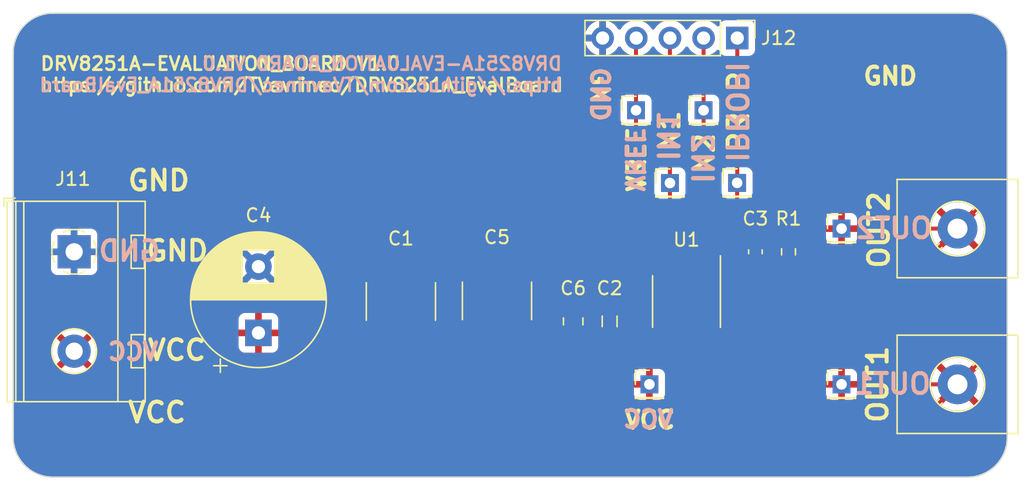
<source format=kicad_pcb>
(kicad_pcb (version 20221018) (generator pcbnew)
  (layers (0 "F.Cu" signal) (31 "B.Cu" signal) (34 "B.Paste" user) (35 "F.Paste" user) (36 "B.SilkS" user "B.Silkscreen") (37 "F.SilkS" user "F.Silkscreen") (38 "B.Mask" user) (39 "F.Mask" user) (44 "Edge.Cuts" user))
  (net 0 "")
  (net 1 "GND")
  (net 2 "/VCC")
  (net 3 "/IPROPI")
  (net 4 "/OUT1")
  (net 5 "/OUT2")
  (net 6 "/VREF")
  (net 7 "/IN1")
  (net 8 "/IN2")
  (footprint "Connector_PinHeader_2.00mm:PinHeader_1x01_P2.00mm_Vertical" (layer "F.Cu") (at 159.55 77.81)
    (fp_text reference "J5" hide)
    (fp_text value "Conn_01x01" hide)
    (fp_line (start -1.06 -1.06) (end 0 -1.06) (stroke (width 0.12)) (layer "F.SilkS"))
    (fp_line (start -1.06 0) (end -1.06 -1.06) (stroke (width 0.12)) (layer "F.SilkS"))
    (fp_line (start -1.06 1) (end -1.06 1.06) (stroke (width 0.12)) (layer "F.SilkS"))
    (fp_line (start -1.06 1) (end 1.06 1) (stroke (width 0.12)) (layer "F.SilkS"))
    (fp_line (start -1.06 1.06) (end 1.06 1.06) (stroke (width 0.12)) (layer "F.SilkS"))
    (fp_line (start 1.06 1) (end 1.06 1.06) (stroke (width 0.12)) (layer "F.SilkS"))
    (pad "1" thru_hole rect (at 0 0) (size 1.35 1.35) (drill 0.8) (layers "*.Cu" "*.Mask") (net 7 "/IN1"))
  )
  (footprint "Resistor_SMD:R_0603_1608Metric" (layer "F.Cu") (at 168.5 83 -90)
    (fp_text reference "R1" (at -2.5 0) (layer "F.SilkS"))
    (fp_text value "1k")
    (fp_line (start -0.237258 -0.5225) (end 0.237258 -0.5225) (stroke (width 0.12)) (layer "F.SilkS"))
    (fp_line (start -0.237258 0.5225) (end 0.237258 0.5225) (stroke (width 0.12)) (layer "F.SilkS"))
    (pad "1" smd roundrect (at -0.825 0 270) (size 0.8 0.95) (layers "F.Cu" "F.Paste" "F.Mask") (net 3 "/IPROPI"))
    (pad "2" smd roundrect (at 0.825 0 270) (size 0.8 0.95) (layers "F.Cu" "F.Paste" "F.Mask") (net 1 "GND"))
  )
  (footprint "Capacitor_SMD:C_0805_2012Metric" (layer "F.Cu") (at 152.25 88.25 90)
    (fp_text reference "C6" (at 2.5 0 180) (layer "F.SilkS"))
    (fp_text value "1u")
    (fp_line (start -0.261252 -0.735) (end 0.261252 -0.735) (stroke (width 0.12)) (layer "F.SilkS"))
    (fp_line (start -0.261252 0.735) (end 0.261252 0.735) (stroke (width 0.12)) (layer "F.SilkS"))
    (pad "1" smd roundrect (at -0.95 0 90) (size 1 1.45) (layers "F.Cu" "F.Paste" "F.Mask") (net 2 "/VCC"))
    (pad "2" smd roundrect (at 0.95 0 90) (size 1 1.45) (layers "F.Cu" "F.Paste" "F.Mask") (net 1 "GND"))
  )
  (footprint "Connector_PinHeader_2.00mm:PinHeader_1x01_P2.00mm_Vertical" (layer "F.Cu") (at 162.09 72.32)
    (fp_text reference "J4" hide)
    (fp_text value "Conn_01x01" hide)
    (fp_line (start -1.06 -1.06) (end 0 -1.06) (stroke (width 0.12)) (layer "F.SilkS"))
    (fp_line (start -1.06 0) (end -1.06 -1.06) (stroke (width 0.12)) (layer "F.SilkS"))
    (fp_line (start -1.06 1) (end -1.06 1.06) (stroke (width 0.12)) (layer "F.SilkS"))
    (fp_line (start -1.06 1) (end 1.06 1) (stroke (width 0.12)) (layer "F.SilkS"))
    (fp_line (start -1.06 1.06) (end 1.06 1.06) (stroke (width 0.12)) (layer "F.SilkS"))
    (fp_line (start 1.06 1) (end 1.06 1.06) (stroke (width 0.12)) (layer "F.SilkS"))
    (pad "1" thru_hole rect (at 0 0) (size 1.35 1.35) (drill 0.8) (layers "*.Cu" "*.Mask") (net 8 "/IN2"))
  )
  (footprint "Connector_PinHeader_2.00mm:PinHeader_1x01_P2.00mm_Vertical" (layer "F.Cu") (at 158 93)
    (fp_text reference "J10" hide)
    (fp_text value "Conn_01x01" hide)
    (fp_line (start -1.06 -1.06) (end 0 -1.06) (stroke (width 0.12)) (layer "F.SilkS"))
    (fp_line (start -1.06 0) (end -1.06 -1.06) (stroke (width 0.12)) (layer "F.SilkS"))
    (fp_line (start -1.06 1) (end -1.06 1.06) (stroke (width 0.12)) (layer "F.SilkS"))
    (fp_line (start -1.06 1) (end 1.06 1) (stroke (width 0.12)) (layer "F.SilkS"))
    (fp_line (start -1.06 1.06) (end 1.06 1.06) (stroke (width 0.12)) (layer "F.SilkS"))
    (fp_line (start 1.06 1) (end 1.06 1.06) (stroke (width 0.12)) (layer "F.SilkS"))
    (pad "1" thru_hole rect (at 0 0) (size 1.35 1.35) (drill 0.8) (layers "*.Cu" "*.Mask") (net 2 "/VCC"))
  )
  (footprint "Connector_PinHeader_2.00mm:PinHeader_1x01_P2.00mm_Vertical" (layer "F.Cu") (at 172.5 93)
    (fp_text reference "J9" hide)
    (fp_text value "Conn_01x01" hide)
    (fp_line (start -1.06 -1.06) (end 0 -1.06) (stroke (width 0.12)) (layer "F.SilkS"))
    (fp_line (start -1.06 0) (end -1.06 -1.06) (stroke (width 0.12)) (layer "F.SilkS"))
    (fp_line (start -1.06 1) (end -1.06 1.06) (stroke (width 0.12)) (layer "F.SilkS"))
    (fp_line (start -1.06 1) (end 1.06 1) (stroke (width 0.12)) (layer "F.SilkS"))
    (fp_line (start -1.06 1.06) (end 1.06 1.06) (stroke (width 0.12)) (layer "F.SilkS"))
    (fp_line (start 1.06 1) (end 1.06 1.06) (stroke (width 0.12)) (layer "F.SilkS"))
    (pad "1" thru_hole rect (at 0 0) (size 1.35 1.35) (drill 0.8) (layers "*.Cu" "*.Mask") (net 4 "/OUT1"))
  )
  (footprint "TerminalBlock_MetzConnect:TerminalBlock_MetzConnect_360271_1x01_Horizontal_ScrewM3.0_Boxed" (layer "F.Cu") (at 181.25 81.25)
    (fp_text reference "J2" hide)
    (fp_text value "Conn_01x01" hide)
    (fp_line (start -4.56 -3.71) (end -4.56 3.71) (stroke (width 0.12)) (layer "F.SilkS"))
    (fp_line (start -4.56 -3.71) (end 4.56 -3.71) (stroke (width 0.12)) (layer "F.SilkS"))
    (fp_line (start -4.56 3.71) (end 4.56 3.71) (stroke (width 0.12)) (layer "F.SilkS"))
    (fp_line (start -1.376 1.124) (end -1.563 1.311) (stroke (width 0.12)) (layer "F.SilkS"))
    (fp_line (start -1.168 1.419) (end -1.312 1.563) (stroke (width 0.12)) (layer "F.SilkS"))
    (fp_line (start 1.312 -1.563) (end 1.168 -1.419) (stroke (width 0.12)) (layer "F.SilkS"))
    (fp_line (start 1.563 -1.311) (end 1.376 -1.125) (stroke (width 0.12)) (layer "F.SilkS"))
    (fp_line (start 4.56 -3.71) (end 4.56 3.71) (stroke (width 0.12)) (layer "F.SilkS"))
    (fp_circle (center 0 0) (end 2.06 0) (stroke (width 0.12)) (fill none) (layer "F.SilkS"))
    (pad "1" thru_hole circle (at 0 0) (size 3 3) (drill 1.5) (layers "*.Cu" "*.Mask") (net 5 "/OUT2"))
  )
  (footprint "Connector_PinHeader_2.54mm:PinHeader_1x05_P2.54mm_Vertical" (layer "F.Cu") (at 164.63 66.87 -90)
    (fp_text reference "J12" (at 0 -3.12 -180) (layer "F.SilkS"))
    (fp_text value "Conn_01x05" hide)
    (fp_line (start -1.33 -1.33) (end 0 -1.33) (stroke (width 0.12)) (layer "F.SilkS"))
    (fp_line (start -1.33 0) (end -1.33 -1.33) (stroke (width 0.12)) (layer "F.SilkS"))
    (fp_line (start -1.33 1.27) (end -1.33 11.49) (stroke (width 0.12)) (layer "F.SilkS"))
    (fp_line (start -1.33 1.27) (end 1.33 1.27) (stroke (width 0.12)) (layer "F.SilkS"))
    (fp_line (start -1.33 11.49) (end 1.33 11.49) (stroke (width 0.12)) (layer "F.SilkS"))
    (fp_line (start 1.33 1.27) (end 1.33 11.49) (stroke (width 0.12)) (layer "F.SilkS"))
    (pad "1" thru_hole rect (at 0 0 270) (size 1.7 1.7) (drill 1) (layers "*.Cu" "*.Mask") (net 3 "/IPROPI"))
    (pad "2" thru_hole oval (at 0 2.54 270) (size 1.7 1.7) (drill 1) (layers "*.Cu" "*.Mask") (net 8 "/IN2"))
    (pad "3" thru_hole oval (at 0 5.08 270) (size 1.7 1.7) (drill 1) (layers "*.Cu" "*.Mask") (net 7 "/IN1"))
    (pad "4" thru_hole oval (at 0 7.62 270) (size 1.7 1.7) (drill 1) (layers "*.Cu" "*.Mask") (net 6 "/VREF"))
    (pad "5" thru_hole oval (at 0 10.16 270) (size 1.7 1.7) (drill 1) (layers "*.Cu" "*.Mask") (net 1 "GND"))
  )
  (footprint "Connector_PinHeader_2.00mm:PinHeader_1x01_P2.00mm_Vertical" (layer "F.Cu") (at 164.62 77.8)
    (fp_text reference "J7" hide)
    (fp_text value "Conn_01x01" hide)
    (fp_line (start -1.06 -1.06) (end 0 -1.06) (stroke (width 0.12)) (layer "F.SilkS"))
    (fp_line (start -1.06 0) (end -1.06 -1.06) (stroke (width 0.12)) (layer "F.SilkS"))
    (fp_line (start -1.06 1) (end -1.06 1.06) (stroke (width 0.12)) (layer "F.SilkS"))
    (fp_line (start -1.06 1) (end 1.06 1) (stroke (width 0.12)) (layer "F.SilkS"))
    (fp_line (start -1.06 1.06) (end 1.06 1.06) (stroke (width 0.12)) (layer "F.SilkS"))
    (fp_line (start 1.06 1) (end 1.06 1.06) (stroke (width 0.12)) (layer "F.SilkS"))
    (pad "1" thru_hole rect (at 0 0) (size 1.35 1.35) (drill 0.8) (layers "*.Cu" "*.Mask") (net 3 "/IPROPI"))
  )
  (footprint "Capacitor_SMD:C_0603_1608Metric" (layer "F.Cu") (at 166 83 -90)
    (fp_text reference "C3" (at -2.5 0) (layer "F.SilkS"))
    (fp_text value "10n")
    (fp_line (start -0.14058 -0.51) (end 0.14058 -0.51) (stroke (width 0.12)) (layer "F.SilkS"))
    (fp_line (start -0.14058 0.51) (end 0.14058 0.51) (stroke (width 0.12)) (layer "F.SilkS"))
    (pad "1" smd roundrect (at -0.775 0 270) (size 0.9 0.95) (layers "F.Cu" "F.Paste" "F.Mask") (net 3 "/IPROPI"))
    (pad "2" smd roundrect (at 0.775 0 270) (size 0.9 0.95) (layers "F.Cu" "F.Paste" "F.Mask") (net 1 "GND"))
  )
  (footprint "Capacitor_SMD:C_2220_5650Metric" (layer "F.Cu") (at 146.5 86.7 90)
    (fp_text reference "C5" (at 4.8 0) (layer "F.SilkS"))
    (fp_text value "10u")
    (fp_line (start -1.415748 -2.61) (end 1.415748 -2.61) (stroke (width 0.12)) (layer "F.SilkS"))
    (fp_line (start -1.415748 2.61) (end 1.415748 2.61) (stroke (width 0.12)) (layer "F.SilkS"))
    (pad "1" smd roundrect (at -2.55 0 90) (size 1.8 5.4) (layers "F.Cu" "F.Paste" "F.Mask") (roundrect_rratio 0.138889) (net 2 "/VCC"))
    (pad "2" smd roundrect (at 2.55 0 90) (size 1.8 5.4) (layers "F.Cu" "F.Paste" "F.Mask") (roundrect_rratio 0.138889) (net 1 "GND"))
  )
  (footprint "Connector_PinHeader_2.00mm:PinHeader_1x01_P2.00mm_Vertical" (layer "F.Cu") (at 172.5 81.25)
    (fp_text reference "J8" hide)
    (fp_text value "Conn_01x01" hide)
    (fp_line (start -1.06 -1.06) (end 0 -1.06) (stroke (width 0.12)) (layer "F.SilkS"))
    (fp_line (start -1.06 0) (end -1.06 -1.06) (stroke (width 0.12)) (layer "F.SilkS"))
    (fp_line (start -1.06 1) (end -1.06 1.06) (stroke (width 0.12)) (layer "F.SilkS"))
    (fp_line (start -1.06 1) (end 1.06 1) (stroke (width 0.12)) (layer "F.SilkS"))
    (fp_line (start -1.06 1.06) (end 1.06 1.06) (stroke (width 0.12)) (layer "F.SilkS"))
    (fp_line (start 1.06 1) (end 1.06 1.06) (stroke (width 0.12)) (layer "F.SilkS"))
    (pad "1" thru_hole rect (at 0 0) (size 1.35 1.35) (drill 0.8) (layers "*.Cu" "*.Mask") (net 5 "/OUT2"))
  )
  (footprint "Capacitor_SMD:C_2220_5650Metric" (layer "F.Cu") (at 139.25 86.75 90)
    (fp_text reference "C1" (at 4.75 0) (layer "F.SilkS"))
    (fp_text value "22u")
    (fp_line (start -1.415748 -2.61) (end 1.415748 -2.61) (stroke (width 0.12)) (layer "F.SilkS"))
    (fp_line (start -1.415748 2.61) (end 1.415748 2.61) (stroke (width 0.12)) (layer "F.SilkS"))
    (pad "1" smd roundrect (at -2.55 0 90) (size 1.8 5.4) (layers "F.Cu" "F.Paste" "F.Mask") (roundrect_rratio 0.138889) (net 2 "/VCC"))
    (pad "2" smd roundrect (at 2.55 0 90) (size 1.8 5.4) (layers "F.Cu" "F.Paste" "F.Mask") (roundrect_rratio 0.138889) (net 1 "GND"))
  )
  (footprint "Inductor_SMD:L_0805_2012Metric" (layer "F.Cu") (at 155 88.25 90)
    (fp_text reference "C2" (at 2.5 0 180) (layer "F.SilkS"))
    (fp_text value "100n")
    (fp_line (start -0.399622 -0.56) (end 0.399622 -0.56) (stroke (width 0.12)) (layer "F.SilkS"))
    (fp_line (start -0.399622 0.56) (end 0.399622 0.56) (stroke (width 0.12)) (layer "F.SilkS"))
    (pad "1" smd roundrect (at -1.0625 0 90) (size 0.875 1.2) (layers "F.Cu" "F.Paste" "F.Mask") (net 2 "/VCC"))
    (pad "2" smd roundrect (at 1.0625 0 90) (size 0.875 1.2) (layers "F.Cu" "F.Paste" "F.Mask") (net 1 "GND"))
  )
  (footprint "Capacitor_THT:CP_Radial_D10.0mm_P5.00mm" (layer "F.Cu") (at 128.5 89.117677 90)
    (fp_text reference "C4" (at 8.867677 0) (layer "F.SilkS"))
    (fp_text value "C_Polarized")
    (fp_line (start -2.979646 -2.875) (end -1.979646 -2.875) (stroke (width 0.12)) (layer "F.SilkS"))
    (fp_line (start -2.479646 -3.375) (end -2.479646 -2.375) (stroke (width 0.12)) (layer "F.SilkS"))
    (fp_line (start 2.5 -5.08) (end 2.5 5.08) (stroke (width 0.12)) (layer "F.SilkS"))
    (fp_line (start 2.54 -5.08) (end 2.54 5.08) (stroke (width 0.12)) (layer "F.SilkS"))
    (fp_line (start 2.58 -5.08) (end 2.58 5.08) (stroke (width 0.12)) (layer "F.SilkS"))
    (fp_line (start 2.62 -5.079) (end 2.62 5.079) (stroke (width 0.12)) (layer "F.SilkS"))
    (fp_line (start 2.66 -5.078) (end 2.66 5.078) (stroke (width 0.12)) (layer "F.SilkS"))
    (fp_line (start 2.7 -5.077) (end 2.7 5.077) (stroke (width 0.12)) (layer "F.SilkS"))
    (fp_line (start 2.74 -5.075) (end 2.74 5.075) (stroke (width 0.12)) (layer "F.SilkS"))
    (fp_line (start 2.78 -5.073) (end 2.78 5.073) (stroke (width 0.12)) (layer "F.SilkS"))
    (fp_line (start 2.82 -5.07) (end 2.82 5.07) (stroke (width 0.12)) (layer "F.SilkS"))
    (fp_line (start 2.86 -5.068) (end 2.86 5.068) (stroke (width 0.12)) (layer "F.SilkS"))
    (fp_line (start 2.9 -5.065) (end 2.9 5.065) (stroke (width 0.12)) (layer "F.SilkS"))
    (fp_line (start 2.94 -5.062) (end 2.94 5.062) (stroke (width 0.12)) (layer "F.SilkS"))
    (fp_line (start 2.98 -5.058) (end 2.98 5.058) (stroke (width 0.12)) (layer "F.SilkS"))
    (fp_line (start 3.02 -5.054) (end 3.02 5.054) (stroke (width 0.12)) (layer "F.SilkS"))
    (fp_line (start 3.06 -5.05) (end 3.06 5.05) (stroke (width 0.12)) (layer "F.SilkS"))
    (fp_line (start 3.1 -5.045) (end 3.1 5.045) (stroke (width 0.12)) (layer "F.SilkS"))
    (fp_line (start 3.14 -5.04) (end 3.14 5.04) (stroke (width 0.12)) (layer "F.SilkS"))
    (fp_line (start 3.18 -5.035) (end 3.18 5.035) (stroke (width 0.12)) (layer "F.SilkS"))
    (fp_line (start 3.221 -5.03) (end 3.221 5.03) (stroke (width 0.12)) (layer "F.SilkS"))
    (fp_line (start 3.261 -5.024) (end 3.261 5.024) (stroke (width 0.12)) (layer "F.SilkS"))
    (fp_line (start 3.301 -5.018) (end 3.301 5.018) (stroke (width 0.12)) (layer "F.SilkS"))
    (fp_line (start 3.341 -5.011) (end 3.341 5.011) (stroke (width 0.12)) (layer "F.SilkS"))
    (fp_line (start 3.381 -5.004) (end 3.381 5.004) (stroke (width 0.12)) (layer "F.SilkS"))
    (fp_line (start 3.421 -4.997) (end 3.421 4.997) (stroke (width 0.12)) (layer "F.SilkS"))
    (fp_line (start 3.461 -4.99) (end 3.461 4.99) (stroke (width 0.12)) (layer "F.SilkS"))
    (fp_line (start 3.501 -4.982) (end 3.501 4.982) (stroke (width 0.12)) (layer "F.SilkS"))
    (fp_line (start 3.541 -4.974) (end 3.541 4.974) (stroke (width 0.12)) (layer "F.SilkS"))
    (fp_line (start 3.581 -4.965) (end 3.581 4.965) (stroke (width 0.12)) (layer "F.SilkS"))
    (fp_line (start 3.621 -4.956) (end 3.621 4.956) (stroke (width 0.12)) (layer "F.SilkS"))
    (fp_line (start 3.661 -4.947) (end 3.661 4.947) (stroke (width 0.12)) (layer "F.SilkS"))
    (fp_line (start 3.701 -4.938) (end 3.701 4.938) (stroke (width 0.12)) (layer "F.SilkS"))
    (fp_line (start 3.741 -4.928) (end 3.741 4.928) (stroke (width 0.12)) (layer "F.SilkS"))
    (fp_line (start 3.781 -4.918) (end 3.781 -1.241) (stroke (width 0.12)) (layer "F.SilkS"))
    (fp_line (start 3.781 1.241) (end 3.781 4.918) (stroke (width 0.12)) (layer "F.SilkS"))
    (fp_line (start 3.821 -4.907) (end 3.821 -1.241) (stroke (width 0.12)) (layer "F.SilkS"))
    (fp_line (start 3.821 1.241) (end 3.821 4.907) (stroke (width 0.12)) (layer "F.SilkS"))
    (fp_line (start 3.861 -4.897) (end 3.861 -1.241) (stroke (width 0.12)) (layer "F.SilkS"))
    (fp_line (start 3.861 1.241) (end 3.861 4.897) (stroke (width 0.12)) (layer "F.SilkS"))
    (fp_line (start 3.901 -4.885) (end 3.901 -1.241) (stroke (width 0.12)) (layer "F.SilkS"))
    (fp_line (start 3.901 1.241) (end 3.901 4.885) (stroke (width 0.12)) (layer "F.SilkS"))
    (fp_line (start 3.941 -4.874) (end 3.941 -1.241) (stroke (width 0.12)) (layer "F.SilkS"))
    (fp_line (start 3.941 1.241) (end 3.941 4.874) (stroke (width 0.12)) (layer "F.SilkS"))
    (fp_line (start 3.981 -4.862) (end 3.981 -1.241) (stroke (width 0.12)) (layer "F.SilkS"))
    (fp_line (start 3.981 1.241) (end 3.981 4.862) (stroke (width 0.12)) (layer "F.SilkS"))
    (fp_line (start 4.021 -4.85) (end 4.021 -1.241) (stroke (width 0.12)) (layer "F.SilkS"))
    (fp_line (start 4.021 1.241) (end 4.021 4.85) (stroke (width 0.12)) (layer "F.SilkS"))
    (fp_line (start 4.061 -4.837) (end 4.061 -1.241) (stroke (width 0.12)) (layer "F.SilkS"))
    (fp_line (start 4.061 1.241) (end 4.061 4.837) (stroke (width 0.12)) (layer "F.SilkS"))
    (fp_line (start 4.101 -4.824) (end 4.101 -1.241) (stroke (width 0.12)) (layer "F.SilkS"))
    (fp_line (start 4.101 1.241) (end 4.101 4.824) (stroke (width 0.12)) (layer "F.SilkS"))
    (fp_line (start 4.141 -4.811) (end 4.141 -1.241) (stroke (width 0.12)) (layer "F.SilkS"))
    (fp_line (start 4.141 1.241) (end 4.141 4.811) (stroke (width 0.12)) (layer "F.SilkS"))
    (fp_line (start 4.181 -4.797) (end 4.181 -1.241) (stroke (width 0.12)) (layer "F.SilkS"))
    (fp_line (start 4.181 1.241) (end 4.181 4.797) (stroke (width 0.12)) (layer "F.SilkS"))
    (fp_line (start 4.221 -4.783) (end 4.221 -1.241) (stroke (width 0.12)) (layer "F.SilkS"))
    (fp_line (start 4.221 1.241) (end 4.221 4.783) (stroke (width 0.12)) (layer "F.SilkS"))
    (fp_line (start 4.261 -4.768) (end 4.261 -1.241) (stroke (width 0.12)) (layer "F.SilkS"))
    (fp_line (start 4.261 1.241) (end 4.261 4.768) (stroke (width 0.12)) (layer "F.SilkS"))
    (fp_line (start 4.301 -4.754) (end 4.301 -1.241) (stroke (width 0.12)) (layer "F.SilkS"))
    (fp_line (start 4.301 1.241) (end 4.301 4.754) (stroke (width 0.12)) (layer "F.SilkS"))
    (fp_line (start 4.341 -4.738) (end 4.341 -1.241) (stroke (width 0.12)) (layer "F.SilkS"))
    (fp_line (start 4.341 1.241) (end 4.341 4.738) (stroke (width 0.12)) (layer "F.SilkS"))
    (fp_line (start 4.381 -4.723) (end 4.381 -1.241) (stroke (width 0.12)) (layer "F.SilkS"))
    (fp_line (start 4.381 1.241) (end 4.381 4.723) (stroke (width 0.12)) (layer "F.SilkS"))
    (fp_line (start 4.421 -4.707) (end 4.421 -1.241) (stroke (width 0.12)) (layer "F.SilkS"))
    (fp_line (start 4.421 1.241) (end 4.421 4.707) (stroke (width 0.12)) (layer "F.SilkS"))
    (fp_line (start 4.461 -4.69) (end 4.461 -1.241) (stroke (width 0.12)) (layer "F.SilkS"))
    (fp_line (start 4.461 1.241) (end 4.461 4.69) (stroke (width 0.12)) (layer "F.SilkS"))
    (fp_line (start 4.501 -4.674) (end 4.501 -1.241) (stroke (width 0.12)) (layer "F.SilkS"))
    (fp_line (start 4.501 1.241) (end 4.501 4.674) (stroke (width 0.12)) (layer "F.SilkS"))
    (fp_line (start 4.541 -4.657) (end 4.541 -1.241) (stroke (width 0.12)) (layer "F.SilkS"))
    (fp_line (start 4.541 1.241) (end 4.541 4.657) (stroke (width 0.12)) (layer "F.SilkS"))
    (fp_line (start 4.581 -4.639) (end 4.581 -1.241) (stroke (width 0.12)) (layer "F.SilkS"))
    (fp_line (start 4.581 1.241) (end 4.581 4.639) (stroke (width 0.12)) (layer "F.SilkS"))
    (fp_line (start 4.621 -4.621) (end 4.621 -1.241) (stroke (width 0.12)) (layer "F.SilkS"))
    (fp_line (start 4.621 1.241) (end 4.621 4.621) (stroke (width 0.12)) (layer "F.SilkS"))
    (fp_line (start 4.661 -4.603) (end 4.661 -1.241) (stroke (width 0.12)) (layer "F.SilkS"))
    (fp_line (start 4.661 1.241) (end 4.661 4.603) (stroke (width 0.12)) (layer "F.SilkS"))
    (fp_line (start 4.701 -4.584) (end 4.701 -1.241) (stroke (width 0.12)) (layer "F.SilkS"))
    (fp_line (start 4.701 1.241) (end 4.701 4.584) (stroke (width 0.12)) (layer "F.SilkS"))
    (fp_line (start 4.741 -4.564) (end 4.741 -1.241) (stroke (width 0.12)) (layer "F.SilkS"))
    (fp_line (start 4.741 1.241) (end 4.741 4.564) (stroke (width 0.12)) (layer "F.SilkS"))
    (fp_line (start 4.781 -4.545) (end 4.781 -1.241) (stroke (width 0.12)) (layer "F.SilkS"))
    (fp_line (start 4.781 1.241) (end 4.781 4.545) (stroke (width 0.12)) (layer "F.SilkS"))
    (fp_line (start 4.821 -4.525) (end 4.821 -1.241) (stroke (width 0.12)) (layer "F.SilkS"))
    (fp_line (start 4.821 1.241) (end 4.821 4.525) (stroke (width 0.12)) (layer "F.SilkS"))
    (fp_line (start 4.861 -4.504) (end 4.861 -1.241) (stroke (width 0.12)) (layer "F.SilkS"))
    (fp_line (start 4.861 1.241) (end 4.861 4.504) (stroke (width 0.12)) (layer "F.SilkS"))
    (fp_line (start 4.901 -4.483) (end 4.901 -1.241) (stroke (width 0.12)) (layer "F.SilkS"))
    (fp_line (start 4.901 1.241) (end 4.901 4.483) (stroke (width 0.12)) (layer "F.SilkS"))
    (fp_line (start 4.941 -4.462) (end 4.941 -1.241) (stroke (width 0.12)) (layer "F.SilkS"))
    (fp_line (start 4.941 1.241) (end 4.941 4.462) (stroke (width 0.12)) (layer "F.SilkS"))
    (fp_line (start 4.981 -4.44) (end 4.981 -1.241) (stroke (width 0.12)) (layer "F.SilkS"))
    (fp_line (start 4.981 1.241) (end 4.981 4.44) (stroke (width 0.12)) (layer "F.SilkS"))
    (fp_line (start 5.021 -4.417) (end 5.021 -1.241) (stroke (width 0.12)) (layer "F.SilkS"))
    (fp_line (start 5.021 1.241) (end 5.021 4.417) (stroke (width 0.12)) (layer "F.SilkS"))
    (fp_line (start 5.061 -4.395) (end 5.061 -1.241) (stroke (width 0.12)) (layer "F.SilkS"))
    (fp_line (start 5.061 1.241) (end 5.061 4.395) (stroke (width 0.12)) (layer "F.SilkS"))
    (fp_line (start 5.101 -4.371) (end 5.101 -1.241) (stroke (width 0.12)) (layer "F.SilkS"))
    (fp_line (start 5.101 1.241) (end 5.101 4.371) (stroke (width 0.12)) (layer "F.SilkS"))
    (fp_line (start 5.141 -4.347) (end 5.141 -1.241) (stroke (width 0.12)) (layer "F.SilkS"))
    (fp_line (start 5.141 1.241) (end 5.141 4.347) (stroke (width 0.12)) (layer "F.SilkS"))
    (fp_line (start 5.181 -4.323) (end 5.181 -1.241) (stroke (width 0.12)) (layer "F.SilkS"))
    (fp_line (start 5.181 1.241) (end 5.181 4.323) (stroke (width 0.12)) (layer "F.SilkS"))
    (fp_line (start 5.221 -4.298) (end 5.221 -1.241) (stroke (width 0.12)) (layer "F.SilkS"))
    (fp_line (start 5.221 1.241) (end 5.221 4.298) (stroke (width 0.12)) (layer "F.SilkS"))
    (fp_line (start 5.261 -4.273) (end 5.261 -1.241) (stroke (width 0.12)) (layer "F.SilkS"))
    (fp_line (start 5.261 1.241) (end 5.261 4.273) (stroke (width 0.12)) (layer "F.SilkS"))
    (fp_line (start 5.301 -4.247) (end 5.301 -1.241) (stroke (width 0.12)) (layer "F.SilkS"))
    (fp_line (start 5.301 1.241) (end 5.301 4.247) (stroke (width 0.12)) (layer "F.SilkS"))
    (fp_line (start 5.341 -4.221) (end 5.341 -1.241) (stroke (width 0.12)) (layer "F.SilkS"))
    (fp_line (start 5.341 1.241) (end 5.341 4.221) (stroke (width 0.12)) (layer "F.SilkS"))
    (fp_line (start 5.381 -4.194) (end 5.381 -1.241) (stroke (width 0.12)) (layer "F.SilkS"))
    (fp_line (start 5.381 1.241) (end 5.381 4.194) (stroke (width 0.12)) (layer "F.SilkS"))
    (fp_line (start 5.421 -4.166) (end 5.421 -1.241) (stroke (width 0.12)) (layer "F.SilkS"))
    (fp_line (start 5.421 1.241) (end 5.421 4.166) (stroke (width 0.12)) (layer "F.SilkS"))
    (fp_line (start 5.461 -4.138) (end 5.461 -1.241) (stroke (width 0.12)) (layer "F.SilkS"))
    (fp_line (start 5.461 1.241) (end 5.461 4.138) (stroke (width 0.12)) (layer "F.SilkS"))
    (fp_line (start 5.501 -4.11) (end 5.501 -1.241) (stroke (width 0.12)) (layer "F.SilkS"))
    (fp_line (start 5.501 1.241) (end 5.501 4.11) (stroke (width 0.12)) (layer "F.SilkS"))
    (fp_line (start 5.541 -4.08) (end 5.541 -1.241) (stroke (width 0.12)) (layer "F.SilkS"))
    (fp_line (start 5.541 1.241) (end 5.541 4.08) (stroke (width 0.12)) (layer "F.SilkS"))
    (fp_line (start 5.581 -4.05) (end 5.581 -1.241) (stroke (width 0.12)) (layer "F.SilkS"))
    (fp_line (start 5.581 1.241) (end 5.581 4.05) (stroke (width 0.12)) (layer "F.SilkS"))
    (fp_line (start 5.621 -4.02) (end 5.621 -1.241) (stroke (width 0.12)) (layer "F.SilkS"))
    (fp_line (start 5.621 1.241) (end 5.621 4.02) (stroke (width 0.12)) (layer "F.SilkS"))
    (fp_line (start 5.661 -3.989) (end 5.661 -1.241) (stroke (width 0.12)) (layer "F.SilkS"))
    (fp_line (start 5.661 1.241) (end 5.661 3.989) (stroke (width 0.12)) (layer "F.SilkS"))
    (fp_line (start 5.701 -3.957) (end 5.701 -1.241) (stroke (width 0.12)) (layer "F.SilkS"))
    (fp_line (start 5.701 1.241) (end 5.701 3.957) (stroke (width 0.12)) (layer "F.SilkS"))
    (fp_line (start 5.741 -3.925) (end 5.741 -1.241) (stroke (width 0.12)) (layer "F.SilkS"))
    (fp_line (start 5.741 1.241) (end 5.741 3.925) (stroke (width 0.12)) (layer "F.SilkS"))
    (fp_line (start 5.781 -3.892) (end 5.781 -1.241) (stroke (width 0.12)) (layer "F.SilkS"))
    (fp_line (start 5.781 1.241) (end 5.781 3.892) (stroke (width 0.12)) (layer "F.SilkS"))
    (fp_line (start 5.821 -3.858) (end 5.821 -1.241) (stroke (width 0.12)) (layer "F.SilkS"))
    (fp_line (start 5.821 1.241) (end 5.821 3.858) (stroke (width 0.12)) (layer "F.SilkS"))
    (fp_line (start 5.861 -3.824) (end 5.861 -1.241) (stroke (width 0.12)) (layer "F.SilkS"))
    (fp_line (start 5.861 1.241) (end 5.861 3.824) (stroke (width 0.12)) (layer "F.SilkS"))
    (fp_line (start 5.901 -3.789) (end 5.901 -1.241) (stroke (width 0.12)) (layer "F.SilkS"))
    (fp_line (start 5.901 1.241) (end 5.901 3.789) (stroke (width 0.12)) (layer "F.SilkS"))
    (fp_line (start 5.941 -3.753) (end 5.941 -1.241) (stroke (width 0.12)) (layer "F.SilkS"))
    (fp_line (start 5.941 1.241) (end 5.941 3.753) (stroke (width 0.12)) (layer "F.SilkS"))
    (fp_line (start 5.981 -3.716) (end 5.981 -1.241) (stroke (width 0.12)) (layer "F.SilkS"))
    (fp_line (start 5.981 1.241) (end 5.981 3.716) (stroke (width 0.12)) (layer "F.SilkS"))
    (fp_line (start 6.021 -3.679) (end 6.021 -1.241) (stroke (width 0.12)) (layer "F.SilkS"))
    (fp_line (start 6.021 1.241) (end 6.021 3.679) (stroke (width 0.12)) (layer "F.SilkS"))
    (fp_line (start 6.061 -3.64) (end 6.061 -1.241) (stroke (width 0.12)) (layer "F.SilkS"))
    (fp_line (start 6.061 1.241) (end 6.061 3.64) (stroke (width 0.12)) (layer "F.SilkS"))
    (fp_line (start 6.101 -3.601) (end 6.101 -1.241) (stroke (width 0.12)) (layer "F.SilkS"))
    (fp_line (start 6.101 1.241) (end 6.101 3.601) (stroke (width 0.12)) (layer "F.SilkS"))
    (fp_line (start 6.141 -3.561) (end 6.141 -1.241) (stroke (width 0.12)) (layer "F.SilkS"))
    (fp_line (start 6.141 1.241) (end 6.141 3.561) (stroke (width 0.12)) (layer "F.SilkS"))
    (fp_line (start 6.181 -3.52) (end 6.181 -1.241) (stroke (width 0.12)) (layer "F.SilkS"))
    (fp_line (start 6.181 1.241) (end 6.181 3.52) (stroke (width 0.12)) (layer "F.SilkS"))
    (fp_line (start 6.221 -3.478) (end 6.221 -1.241) (stroke (width 0.12)) (layer "F.SilkS"))
    (fp_line (start 6.221 1.241) (end 6.221 3.478) (stroke (width 0.12)) (layer "F.SilkS"))
    (fp_line (start 6.261 -3.436) (end 6.261 3.436) (stroke (width 0.12)) (layer "F.SilkS"))
    (fp_line (start 6.301 -3.392) (end 6.301 3.392) (stroke (width 0.12)) (layer "F.SilkS"))
    (fp_line (start 6.341 -3.347) (end 6.341 3.347) (stroke (width 0.12)) (layer "F.SilkS"))
    (fp_line (start 6.381 -3.301) (end 6.381 3.301) (stroke (width 0.12)) (layer "F.SilkS"))
    (fp_line (start 6.421 -3.254) (end 6.421 3.254) (stroke (width 0.12)) (layer "F.SilkS"))
    (fp_line (start 6.461 -3.206) (end 6.461 3.206) (stroke (width 0.12)) (layer "F.SilkS"))
    (fp_line (start 6.501 -3.156) (end 6.501 3.156) (stroke (width 0.12)) (layer "F.SilkS"))
    (fp_line (start 6.541 -3.106) (end 6.541 3.106) (stroke (width 0.12)) (layer "F.SilkS"))
    (fp_line (start 6.581 -3.054) (end 6.581 3.054) (stroke (width 0.12)) (layer "F.SilkS"))
    (fp_line (start 6.621 -3) (end 6.621 3) (stroke (width 0.12)) (layer "F.SilkS"))
    (fp_line (start 6.661 -2.945) (end 6.661 2.945) (stroke (width 0.12)) (layer "F.SilkS"))
    (fp_line (start 6.701 -2.889) (end 6.701 2.889) (stroke (width 0.12)) (layer "F.SilkS"))
    (fp_line (start 6.741 -2.83) (end 6.741 2.83) (stroke (width 0.12)) (layer "F.SilkS"))
    (fp_line (start 6.781 -2.77) (end 6.781 2.77) (stroke (width 0.12)) (layer "F.SilkS"))
    (fp_line (start 6.821 -2.709) (end 6.821 2.709) (stroke (width 0.12)) (layer "F.SilkS"))
    (fp_line (start 6.861 -2.645) (end 6.861 2.645) (stroke (width 0.12)) (layer "F.SilkS"))
    (fp_line (start 6.901 -2.579) (end 6.901 2.579) (stroke (width 0.12)) (layer "F.SilkS"))
    (fp_line (start 6.941 -2.51) (end 6.941 2.51) (stroke (width 0.12)) (layer "F.SilkS"))
    (fp_line (start 6.981 -2.439) (end 6.981 2.439) (stroke (width 0.12)) (layer "F.SilkS"))
    (fp_line (start 7.021 -2.365) (end 7.021 2.365) (stroke (width 0.12)) (layer "F.SilkS"))
    (fp_line (start 7.061 -2.289) (end 7.061 2.289) (stroke (width 0.12)) (layer "F.SilkS"))
    (fp_line (start 7.101 -2.209) (end 7.101 2.209) (stroke (width 0.12)) (layer "F.SilkS"))
    (fp_line (start 7.141 -2.125) (end 7.141 2.125) (stroke (width 0.12)) (layer "F.SilkS"))
    (fp_line (start 7.181 -2.037) (end 7.181 2.037) (stroke (width 0.12)) (layer "F.SilkS"))
    (fp_line (start 7.221 -1.944) (end 7.221 1.944) (stroke (width 0.12)) (layer "F.SilkS"))
    (fp_line (start 7.261 -1.846) (end 7.261 1.846) (stroke (width 0.12)) (layer "F.SilkS"))
    (fp_line (start 7.301 -1.742) (end 7.301 1.742) (stroke (width 0.12)) (layer "F.SilkS"))
    (fp_line (start 7.341 -1.63) (end 7.341 1.63) (stroke (width 0.12)) (layer "F.SilkS"))
    (fp_line (start 7.381 -1.51) (end 7.381 1.51) (stroke (width 0.12)) (layer "F.SilkS"))
    (fp_line (start 7.421 -1.378) (end 7.421 1.378) (stroke (width 0.12)) (layer "F.SilkS"))
    (fp_line (start 7.461 -1.23) (end 7.461 1.23) (stroke (width 0.12)) (layer "F.SilkS"))
    (fp_line (start 7.501 -1.062) (end 7.501 1.062) (stroke (width 0.12)) (layer "F.SilkS"))
    (fp_line (start 7.541 -0.862) (end 7.541 0.862) (stroke (width 0.12)) (layer "F.SilkS"))
    (fp_line (start 7.581 -0.599) (end 7.581 0.599) (stroke (width 0.12)) (layer "F.SilkS"))
    (fp_circle (center 2.5 0) (end 7.62 0) (stroke (width 0.12)) (fill none) (layer "F.SilkS"))
    (pad "1" thru_hole rect (at 0 0 90) (size 2 2) (drill 1) (layers "*.Cu" "*.Mask") (net 2 "/VCC"))
    (pad "2" thru_hole circle (at 5 0 90) (size 2 2) (drill 1) (layers "*.Cu" "*.Mask") (net 1 "GND"))
  )
  (footprint "TerminalBlock_RND:TerminalBlock_RND_205-00067_1x02_P7.50mm_Horizontal" (layer "F.Cu") (at 114.595 83 -90)
    (fp_text reference "J11" (at -5.5 0.095 -180) (layer "F.SilkS"))
    (fp_text value "Conn_01x02" hide)
    (fp_line (start -4.05 4.46) (end -4.05 5.3) (stroke (width 0.12)) (layer "F.SilkS"))
    (fp_line (start -4.05 5.3) (end -3.45 5.3) (stroke (width 0.12)) (layer "F.SilkS"))
    (fp_line (start -3.81 -5.36) (end -3.81 5.06) (stroke (width 0.12)) (layer "F.SilkS"))
    (fp_line (start -3.81 -5.36) (end 11.31 -5.36) (stroke (width 0.12)) (layer "F.SilkS"))
    (fp_line (start -3.81 -3.301) (end 11.31 -3.301) (stroke (width 0.12)) (layer "F.SilkS"))
    (fp_line (start -3.81 3.8) (end 11.31 3.8) (stroke (width 0.12)) (layer "F.SilkS"))
    (fp_line (start -3.81 4.4) (end 11.31 4.4) (stroke (width 0.12)) (layer "F.SilkS"))
    (fp_line (start -3.81 5.06) (end 11.31 5.06) (stroke (width 0.12)) (layer "F.SilkS"))
    (fp_line (start -1.25 -5.301) (end -1.25 -4.301) (stroke (width 0.12)) (layer "F.SilkS"))
    (fp_line (start -1.25 -5.301) (end 1.25 -5.301) (stroke (width 0.12)) (layer "F.SilkS"))
    (fp_line (start -1.25 -4.301) (end 1.25 -4.301) (stroke (width 0.12)) (layer "F.SilkS"))
    (fp_line (start 1.25 -5.301) (end 1.25 -4.301) (stroke (width 0.12)) (layer "F.SilkS"))
    (fp_line (start 6.25 -5.301) (end 6.25 -4.301) (stroke (width 0.12)) (layer "F.SilkS"))
    (fp_line (start 6.25 -5.301) (end 8.75 -5.301) (stroke (width 0.12)) (layer "F.SilkS"))
    (fp_line (start 6.25 -4.301) (end 8.75 -4.301) (stroke (width 0.12)) (layer "F.SilkS"))
    (fp_line (start 8.75 -5.301) (end 8.75 -4.301) (stroke (width 0.12)) (layer "F.SilkS"))
    (fp_line (start 11.31 -5.36) (end 11.31 5.06) (stroke (width 0.12)) (layer "F.SilkS"))
    (fp_arc (start -1.483953 0.789089) (mid -1.680708 0.00005) (end -1.484 -0.789) (stroke (width 0.12)) (layer "F.SilkS"))
    (fp_arc (start -0.789089 -1.483953) (mid -0.00005 -1.680708) (end 0.789 -1.484) (stroke (width 0.12)) (layer "F.SilkS"))
    (fp_arc (start 0.029383 1.68045) (mid -0.392304 1.634281) (end -0.789 1.484) (stroke (width 0.12)) (layer "F.SilkS"))
    (fp_arc (start 0.788712 1.483352) (mid 0.406429 1.630097) (end 0 1.68) (stroke (width 0.12)) (layer "F.SilkS"))
    (fp_arc (start 1.483953 -0.789089) (mid 1.680708 -0.00005) (end 1.484 0.789) (stroke (width 0.12)) (layer "F.SilkS"))
    (fp_circle (center 7.5 0) (end 9.18 0) (stroke (width 0.12)) (fill none) (layer "F.SilkS"))
    (pad "1" thru_hole rect (at 0 0 270) (size 2.5 2.5) (drill 1.3) (layers "*.Cu" "*.Mask") (net 1 "GND"))
    (pad "2" thru_hole circle (at 7.5 0 270) (size 2.5 2.5) (drill 1.3) (layers "*.Cu" "*.Mask") (net 2 "/VCC"))
  )
  (footprint "Connector_PinHeader_2.00mm:PinHeader_1x01_P2.00mm_Vertical" (layer "F.Cu") (at 156.99 72.32)
    (fp_text reference "J6" hide)
    (fp_text value "Conn_01x01" hide)
    (fp_line (start -1.06 -1.06) (end 0 -1.06) (stroke (width 0.12)) (layer "F.SilkS"))
    (fp_line (start -1.06 0) (end -1.06 -1.06) (stroke (width 0.12)) (layer "F.SilkS"))
    (fp_line (start -1.06 1) (end -1.06 1.06) (stroke (width 0.12)) (layer "F.SilkS"))
    (fp_line (start -1.06 1) (end 1.06 1) (stroke (width 0.12)) (layer "F.SilkS"))
    (fp_line (start -1.06 1.06) (end 1.06 1.06) (stroke (width 0.12)) (layer "F.SilkS"))
    (fp_line (start 1.06 1) (end 1.06 1.06) (stroke (width 0.12)) (layer "F.SilkS"))
    (pad "1" thru_hole rect (at 0 0) (size 1.35 1.35) (drill 0.8) (layers "*.Cu" "*.Mask") (net 6 "/VREF"))
  )
  (footprint "TerminalBlock_MetzConnect:TerminalBlock_MetzConnect_360271_1x01_Horizontal_ScrewM3.0_Boxed" (layer "F.Cu") (at 181.25 93)
    (fp_text reference "J1" hide)
    (fp_text value "Conn_01x01" hide)
    (fp_line (start -4.56 -3.71) (end -4.56 3.71) (stroke (width 0.12)) (layer "F.SilkS"))
    (fp_line (start -4.56 -3.71) (end 4.56 -3.71) (stroke (width 0.12)) (layer "F.SilkS"))
    (fp_line (start -4.56 3.71) (end 4.56 3.71) (stroke (width 0.12)) (layer "F.SilkS"))
    (fp_line (start -1.376 1.124) (end -1.563 1.311) (stroke (width 0.12)) (layer "F.SilkS"))
    (fp_line (start -1.168 1.419) (end -1.312 1.563) (stroke (width 0.12)) (layer "F.SilkS"))
    (fp_line (start 1.312 -1.563) (end 1.168 -1.419) (stroke (width 0.12)) (layer "F.SilkS"))
    (fp_line (start 1.563 -1.311) (end 1.376 -1.125) (stroke (width 0.12)) (layer "F.SilkS"))
    (fp_line (start 4.56 -3.71) (end 4.56 3.71) (stroke (width 0.12)) (layer "F.SilkS"))
    (fp_circle (center 0 0) (end 2.06 0) (stroke (width 0.12)) (fill none) (layer "F.SilkS"))
    (pad "1" thru_hole circle (at 0 0) (size 3 3) (drill 1.5) (layers "*.Cu" "*.Mask") (net 4 "/OUT1"))
  )
  (footprint "Package_SO:HSOP-8-1EP_3.9x4.9mm_P1.27mm_EP2.41x3.1mm" (layer "F.Cu") (at 160.8 86.75 -90)
    (fp_text reference "U1" (at -4.66 0 -180) (layer "F.SilkS"))
    (fp_text value "DRV8251ADDAR")
    (fp_line (start 0 -2.56) (end -3.45 -2.56) (stroke (width 0.12)) (layer "F.SilkS"))
    (fp_line (start 0 -2.56) (end 1.95 -2.56) (stroke (width 0.12)) (layer "F.SilkS"))
    (fp_line (start 0 2.56) (end -1.95 2.56) (stroke (width 0.12)) (layer "F.SilkS"))
    (fp_line (start 0 2.56) (end 1.95 2.56) (stroke (width 0.12)) (layer "F.SilkS"))
    (pad "1" smd roundrect (at -2.65 -1.905 270) (size 1.6 0.6) (layers "F.Cu" "F.Paste" "F.Mask") (net 3 "/IPROPI"))
    (pad "2" smd roundrect (at -2.65 -0.635 270) (size 1.6 0.6) (layers "F.Cu" "F.Paste" "F.Mask") (net 8 "/IN2"))
    (pad "3" smd roundrect (at -2.65 0.635 270) (size 1.6 0.6) (layers "F.Cu" "F.Paste" "F.Mask") (net 7 "/IN1"))
    (pad "4" smd roundrect (at -2.65 1.905 270) (size 1.6 0.6) (layers "F.Cu" "F.Paste" "F.Mask") (net 6 "/VREF"))
    (pad "5" smd roundrect (at 2.65 1.905 270) (size 1.6 0.6) (layers "F.Cu" "F.Paste" "F.Mask") (net 2 "/VCC"))
    (pad "6" smd roundrect (at 2.65 0.635 270) (size 1.6 0.6) (layers "F.Cu" "F.Paste" "F.Mask") (net 4 "/OUT1"))
    (pad "7" smd roundrect (at 2.65 -0.635 270) (size 1.6 0.6) (layers "F.Cu" "F.Paste" "F.Mask") (net 1 "GND"))
    (pad "8" smd roundrect (at 2.65 -1.905 270) (size 1.6 0.6) (layers "F.Cu" "F.Paste" "F.Mask") (net 5 "/OUT2"))
    (pad "9" smd rect (at 0 0 270) (size 2.41 3.1) (layers "F.Cu" "F.Mask") (net 1 "GND"))
  )
  (gr_line (start 185 68) (end 185 97) (stroke (width 0.1)) (layer "Edge.Cuts"))
  (gr_arc (start 185 97) (mid 184.12132 99.12132) (end 182 100) (stroke (width 0.1)) (layer "Edge.Cuts"))
  (gr_arc (start 110 68) (mid 110.87868 65.87868) (end 113 65) (stroke (width 0.1)) (layer "Edge.Cuts"))
  (gr_line (start 182 100) (end 113 100) (stroke (width 0.1)) (layer "Edge.Cuts"))
  (gr_line (start 110 97) (end 110 68) (stroke (width 0.1)) (layer "Edge.Cuts"))
  (gr_arc (start 182 65) (mid 184.12132 65.87868) (end 185 68) (stroke (width 0.1)) (layer "Edge.Cuts"))
  (gr_arc (start 113 100) (mid 110.87868 99.12132) (end 110 97) (stroke (width 0.1)) (layer "Edge.Cuts"))
  (gr_line (start 113 65) (end 182 65) (stroke (width 0.1)) (layer "Edge.Cuts"))
  (gr_text "GND" (at 155.15 68.94 -270) (layer "B.SilkS") (effects (font (size 1.3 1.3) (thickness 0.3) bold) (justify left bottom mirror)))
  (gr_text "DRV8251A-EVALUATION_BOARD V1.0\nhttps://github.com/TVavrinec/DRV8251A_EvalBoard" (at 151.51 71) (layer "B.SilkS") (effects (font (size 1 1) (thickness 0.2) bold) (justify left bottom mirror)))
  (gr_text "OUT2" (at 179.5 82.1) (layer "B.SilkS") (effects (font (size 1.5 1.5) (thickness 0.3) bold) (justify left bottom mirror)))
  (gr_text "IN2" (at 161.1 78 -90) (layer "B.SilkS") (effects (font (size 1.5 1.5) (thickness 0.3) bold) (justify left bottom mirror)))
  (gr_text "IPROPI" (at 163.7 76.4 -90) (layer "B.SilkS") (effects (font (size 1.5 1.5) (thickness 0.3) bold) (justify left bottom mirror)))
  (gr_text "VCC" (at 159.97 96.4) (layer "B.SilkS") (effects (font (size 1.3 1.3) (thickness 0.3) bold) (justify left bottom mirror)))
  (gr_text "OUT1" (at 179.4 93.85) (layer "B.SilkS") (effects (font (size 1.5 1.5) (thickness 0.3) bold) (justify left bottom mirror)))
  (gr_text "IN1" (at 158.5 76.3 -90) (layer "B.SilkS") (effects (font (size 1.5 1.5) (thickness 0.3) bold) (justify left bottom mirror)))
  (gr_text "VREF" (at 156.1 78.6 -90) (layer "B.SilkS") (effects (font (size 1.3 1.3) (thickness 0.3) bold) (justify left bottom mirror)))
  (gr_text "GND" (at 121.25 83.82) (layer "B.SilkS") (effects (font (size 1.5 1.5) (thickness 0.3) bold) (justify left bottom mirror)))
  (gr_text "VCC" (at 121.1 91.3) (layer "B.SilkS") (effects (font (size 1.3 1.3) (thickness 0.3) bold) (justify left bottom mirror)))
  (gr_text "VREF" (at 157.8 78.6 90) (layer "F.SilkS") (effects (font (size 1.3 1.3) (thickness 0.3) bold) (justify left bottom)))
  (gr_text "VCC" (at 118.5 96) (layer "F.SilkS") (effects (font (size 1.5 1.5) (thickness 0.3) bold) (justify left bottom)))
  (gr_text "VCC" (at 120 91.3) (layer "F.SilkS") (effects (font (size 1.5 1.5) (thickness 0.3) bold) (justify left bottom)))
  (gr_text "IN2" (at 163 78 90) (layer "F.SilkS") (effects (font (size 1.5 1.5) (thickness 0.3) bold) (justify left bottom)))
  (gr_text "GND" (at 174 70.5) (layer "F.SilkS") (effects (font (size 1.3 1.3) (thickness 0.3) bold) (justify left bottom)))
  (gr_text "GND" (at 153.49 68.94 270) (layer "F.SilkS") (effects (font (size 1.3 1.3) (thickness 0.3) bold) (justify left bottom)))
  (gr_text "IPROPI" (at 165.6 76.4 90) (layer "F.SilkS") (effects (font (size 1.5 1.5) (thickness 0.3) bold) (justify left bottom)))
  (gr_text "DRV8251A-EVALUATION_BOARD V1.0\nhttps://github.com/TVavrinec/DRV8251A_EvalBoard" (at 111.95 71) (layer "F.SilkS") (effects (font (size 1 1) (thickness 0.2) bold) (justify left bottom)))
  (gr_text "GND" (at 119.9 83.8) (layer "F.SilkS") (effects (font (size 1.5 1.5) (thickness 0.3) bold) (justify left bottom)))
  (gr_text "VCC" (at 155.98 96.45) (layer "F.SilkS") (effects (font (size 1.3 1.3) (thickness 0.3) bold) (justify left bottom)))
  (gr_text "OUT2" (at 176.2 84.4 90) (layer "F.SilkS") (effects (font (size 1.5 1.5) (thickness 0.3) bold) (justify left bottom)))
  (gr_text "OUT1" (at 176.1 96.05 90) (layer "F.SilkS") (effects (font (size 1.5 1.5) (thickness 0.3) bold) (justify left bottom)))
  (gr_text "IN1" (at 160.4 76.3 90) (layer "F.SilkS") (effects (font (size 1.5 1.5) (thickness 0.3) bold) (justify left bottom)))
  (gr_text "GND" (at 118.5 78.5) (layer "F.SilkS") (effects (font (size 1.5 1.5) (thickness 0.3) bold) (justify left bottom)))
  (segment (start 161.435 89.4) (end 161.435 87.385) (width 0.3) (layer "F.Cu") (net 1))
  (segment (start 161.435 87.385) (end 160.8 86.75) (width 0.3) (layer "F.Cu") (net 1))
  (segment (start 134.857677 89.117677) (end 135.04 89.3) (width 0.3) (layer "F.Cu") (net 2))
  (segment (start 157.49 89.4) (end 158.895 89.4) (width 0.3) (layer "F.Cu") (net 2))
  (segment (start 117.29 89.1) (end 117.307677 89.117677) (width 0.3) (layer "F.Cu") (net 2))
  (segment (start 158.895 90.845) (end 158.895 89.4) (width 0.3) (layer "F.Cu") (net 2))
  (segment (start 114.595 90.5) (end 115.995 89.1) (width 0.3) (layer "F.Cu") (net 2))
  (segment (start 139.25 89.3) (end 146.45 89.3) (width 0.3) (layer "F.Cu") (net 2))
  (segment (start 117.307677 89.117677) (end 128.5 89.117677) (width 0.3) (layer "F.Cu") (net 2))
  (segment (start 155 89.3125) (end 157.4025 89.3125) (width 0.3) (layer "F.Cu") (net 2))
  (segment (start 152.2 89.25) (end 152.25 89.2) (width 0.3) (layer "F.Cu") (net 2))
  (segment (start 128.5 89.117677) (end 134.857677 89.117677) (width 0.3) (layer "F.Cu") (net 2))
  (segment (start 153.7425 89.3125) (end 155 89.3125) (width 0.3) (layer "F.Cu") (net 2))
  (segment (start 152.25 89.2) (end 153.63 89.2) (width 0.3) (layer "F.Cu") (net 2))
  (segment (start 146.5 89.25) (end 152.2 89.25) (width 0.3) (layer "F.Cu") (net 2))
  (segment (start 158 91.74) (end 158.895 90.845) (width 0.3) (layer "F.Cu") (net 2))
  (segment (start 153.63 89.2) (end 153.7425 89.3125) (width 0.3) (layer "F.Cu") (net 2))
  (segment (start 146.45 89.3) (end 146.5 89.25) (width 0.3) (layer "F.Cu") (net 2))
  (segment (start 157.4025 89.3125) (end 157.49 89.4) (width 0.3) (layer "F.Cu") (net 2))
  (segment (start 115.995 89.1) (end 117.29 89.1) (width 0.3) (layer "F.Cu") (net 2))
  (segment (start 158 93) (end 158 91.74) (width 0.3) (layer "F.Cu") (net 2))
  (segment (start 135.04 89.3) (end 139.25 89.3) (width 0.3) (layer "F.Cu") (net 2))
  (segment (start 164.62 80.98) (end 166 80.98) (width 0.3) (layer "F.Cu") (net 3))
  (segment (start 168.5 81.4) (end 168.5 82.175) (width 0.3) (layer "F.Cu") (net 3))
  (segment (start 168.08 80.98) (end 168.5 81.4) (width 0.3) (layer "F.Cu") (net 3))
  (segment (start 166 80.98) (end 168.08 80.98) (width 0.3) (layer "F.Cu") (net 3))
  (segment (start 166 82.225) (end 166 80.98) (width 0.3) (layer "F.Cu") (net 3))
  (segment (start 164.62 80.98) (end 164.62 77.8) (width 0.3) (layer "F.Cu") (net 3))
  (segment (start 162.705 82.895) (end 164.62 80.98) (width 0.3) (layer "F.Cu") (net 3))
  (segment (start 162.705 84.27) (end 162.705 82.895) (width 0.3) (layer "F.Cu") (net 3))
  (segment (start 164.63 77.79) (end 164.62 77.8) (width 0.3) (layer "F.Cu") (net 3))
  (segment (start 164.63 66.87) (end 164.63 77.79) (width 0.3) (layer "F.Cu") (net 3))
  (segment (start 160.165 90.845) (end 162.32 93) (width 0.3) (layer "F.Cu") (net 4))
  (segment (start 162.32 93) (end 172.5 93) (width 0.3) (layer "F.Cu") (net 4))
  (segment (start 160.165 89.4) (end 160.165 90.845) (width 0.3) (layer "F.Cu") (net 4))
  (segment (start 172.5 93) (end 181.25 93) (width 0.3) (layer "F.Cu") (net 4))
  (segment (start 172.5 83.19) (end 174.095 84.785) (width 0.3) (layer "F.Cu") (net 5))
  (segment (start 177.63 81.25) (end 181.25 81.25) (width 0.3) (layer "F.Cu") (net 5))
  (segment (start 174.095 84.785) (end 177.63 81.25) (width 0.3) (layer "F.Cu") (net 5))
  (segment (start 172.5 81.25) (end 172.5 83.19) (width 0.3) (layer "F.Cu") (net 5))
  (segment (start 169.48 89.4) (end 174.095 84.785) (width 0.3) (layer "F.Cu") (net 5))
  (segment (start 162.705 89.4) (end 169.48 89.4) (width 0.3) (layer "F.Cu") (net 5))
  (segment (start 158.895 84.27) (end 158.895 82.395) (width 0.3) (layer "F.Cu") (net 6))
  (segment (start 156.99 80.49) (end 156.99 72.32) (width 0.3) (layer "F.Cu") (net 6))
  (segment (start 156.99 66.89) (end 157.01 66.87) (width 0.3) (layer "F.Cu") (net 6))
  (segment (start 158.895 82.395) (end 156.99 80.49) (width 0.3) (layer "F.Cu") (net 6))
  (segment (start 156.99 72.32) (end 156.99 66.89) (width 0.3) (layer "F.Cu") (net 6))
  (segment (start 160.165 84.27) (end 160.165 81.965) (width 0.3) (layer "F.Cu") (net 7))
  (segment (start 160.165 81.965) (end 159.55 81.35) (width 0.3) (layer "F.Cu") (net 7))
  (segment (start 159.55 81.35) (end 159.55 77.81) (width 0.3) (layer "F.Cu") (net 7))
  (segment (start 159.55 66.87) (end 159.55 77.81) (width 0.3) (layer "F.Cu") (net 7))
  (segment (start 161.435 84.27) (end 161.435 81.865) (width 0.3) (layer "F.Cu") (net 8))
  (segment (start 161.435 81.865) (end 162.09 81.21) (width 0.3) (layer "F.Cu") (net 8))
  (segment (start 162.09 81.21) (end 162.09 72.32) (width 0.3) (layer "F.Cu") (net 8))
  (segment (start 162.09 66.87) (end 162.09 72.32) (width 0.3) (layer "F.Cu") (net 8))
  (zone (net 4) (net_name "/OUT1") (layer "F.Cu") (priority 2) (connect_pads (clearance 0.5)) (min_thickness 0.25) (fill yes (thermal_gap 0.5) (thermal_bridge_width 0.5))
    (polygon (pts (xy 161.9 88.5) (xy 161.9 90.6) (xy 162.6 91.3) (xy 170 91.3) (xy 172.6 88.7) (xy 185 88.7) (xy 185 100) (xy 159.6 100) (xy 159.6 88.5)))
  )
  (zone (net 5) (net_name "/OUT2") (layer "F.Cu") (priority 3) (connect_pads (clearance 0.5)) (min_thickness 0.25) (fill yes (thermal_gap 0.5) (thermal_bridge_width 0.5))
    (polygon (pts (xy 162 88.7) (xy 162 90.6) (xy 162.6 91.2) (xy 169.8 91.2) (xy 172.5 88.5) (xy 185 88.5) (xy 185 77.1) (xy 172.5 77.1) (xy 171 78.6) (xy 171 85.7) (xy 168.6 88.1) (xy 162.6 88.1)))
  )
  (zone (net 2) (net_name "/VCC") (layer "F.Cu") (priority 1) (connect_pads (clearance 0.5)) (min_thickness 0.25) (fill yes (thermal_gap 0.5) (thermal_bridge_width 0.5))
    (polygon (pts (xy 110 87) (xy 149.6 87) (xy 151.1 88.5) (xy 159.5 88.5) (xy 159.5 100) (xy 110 100)))
  )
  (zone (net 1) (net_name "GND") (layers "F&B.Cu") (connect_pads (clearance 0.5)) (min_thickness 0.25) (fill yes (thermal_gap 0.5) (thermal_bridge_width 0.5))
    (polygon (pts (xy 186 101) (xy 186 64) (xy 109 64) (xy 109 101)))
  )
)
</source>
